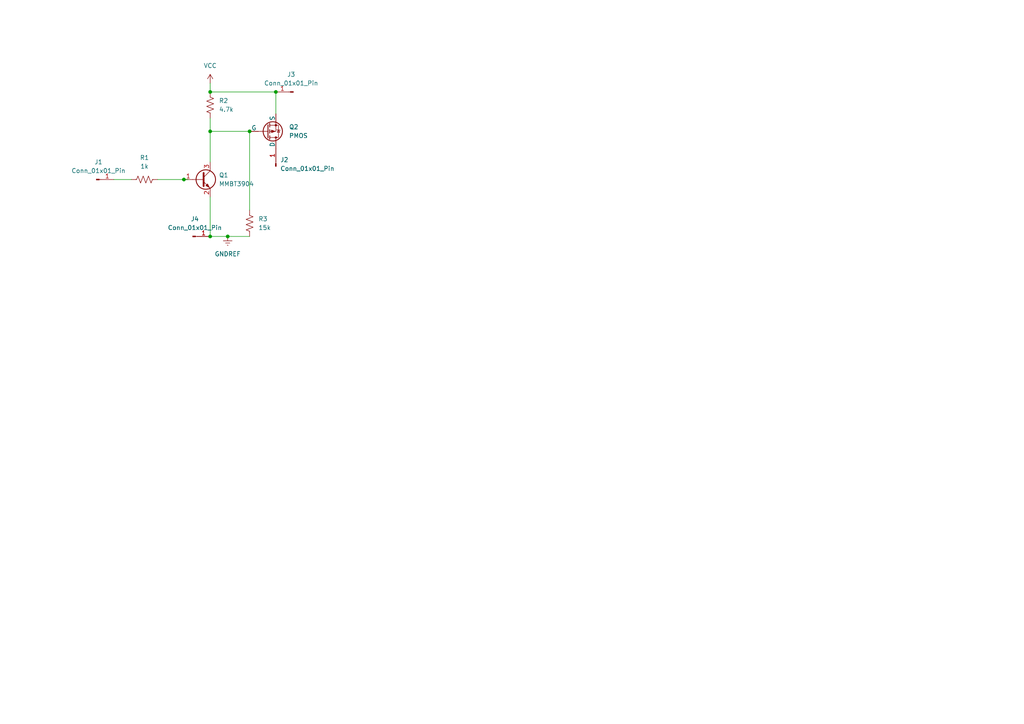
<source format=kicad_sch>
(kicad_sch (version 20250114) (generator "eeschema") (generator_version "9.0")
  (paper "A4")
  (lib_symbols
    (symbol "Connector:Conn_01x01_Pin" (pin_names (offset 1.016) (hide yes))
      (property "Reference" "J" (at 0 2.54 0))
      (property "Value" "Conn_01x01_Pin" (at 0 -2.54 0))
      (symbol "Conn_01x01_Pin_1_1"
        (rectangle (start 0.8636 0.127) (end 0 -0.127) (stroke (width 0.1524)) (fill (type outline)))
        (polyline (pts (xy 1.27 0) (xy 0.8636 0)) (stroke (width 0.1524)))
        (pin passive line (at 5.08 0 180) (length 3.81) (name "Pin_1") (number "1"))
      )
    )
    (symbol "Device:R_US" (pin_numbers (hide yes)) (pin_names (offset 0))
      (property "Reference" "R" (at 2.54 0 90))
      (property "Value" "R_US" (at -2.54 0 90))
      (symbol "R_US_0_1"
        (polyline (pts (xy 0 2.286) (xy 0 2.54)))
        (polyline (pts (xy 0 2.286) (xy 1.016 1.905) (xy 0 1.524) (xy -1.016 1.143) (xy 0 0.762)))
        (polyline (pts (xy 0 0.762) (xy 1.016 0.381) (xy 0 0) (xy -1.016 -0.381) (xy 0 -0.762)))
        (polyline (pts (xy 0 -0.762) (xy 1.016 -1.143) (xy 0 -1.524) (xy -1.016 -1.905) (xy 0 -2.286)))
        (polyline (pts (xy 0 -2.286) (xy 0 -2.54)))
      )
      (symbol "R_US_1_1"
        (pin passive line (at 0 3.81 270) (length 1.27) (name "~") (number "1"))
        (pin passive line (at 0 -3.81 90) (length 1.27) (name "~") (number "2"))
      )
    )
    (symbol "Simulation_SPICE:PMOS" (pin_numbers (hide yes)) (pin_names (offset 0))
      (property "Reference" "Q" (at 5.08 1.27 0))
      (property "Value" "PMOS" (at 5.08 -1.27 0))
      (symbol "PMOS_0_1"
        (polyline (pts (xy 0.254 1.905) (xy 0.254 -1.905)) (stroke (width 0.254)))
        (polyline (pts (xy 0.254 0) (xy -2.54 0)))
        (polyline (pts (xy 0.762 2.286) (xy 0.762 1.27)) (stroke (width 0.254)))
        (polyline (pts (xy 0.762 1.778) (xy 3.302 1.778) (xy 3.302 -1.778) (xy 0.762 -1.778)))
        (polyline (pts (xy 0.762 0.508) (xy 0.762 -0.508)) (stroke (width 0.254)))
        (polyline (pts (xy 0.762 -1.27) (xy 0.762 -2.286)) (stroke (width 0.254)))
        (circle (center 1.651 0) (radius 2.794) (stroke (width 0.254)))
        (polyline (pts (xy 2.286 0) (xy 1.27 0.381) (xy 1.27 -0.381) (xy 2.286 0)) (fill (type outline)))
        (polyline (pts (xy 2.54 2.54) (xy 2.54 1.778)))
        (circle (center 2.54 1.778) (radius 0.254) (fill (type outline)))
        (circle (center 2.54 -1.778) (radius 0.254) (fill (type outline)))
        (polyline (pts (xy 2.54 -2.54) (xy 2.54 0) (xy 0.762 0)))
        (polyline (pts (xy 2.794 -0.508) (xy 2.921 -0.381) (xy 3.683 -0.381) (xy 3.81 -0.254)))
        (polyline (pts (xy 3.302 -0.381) (xy 2.921 0.254) (xy 3.683 0.254) (xy 3.302 -0.381)))
      )
      (symbol "PMOS_1_1"
        (pin input line (at -5.08 0 0) (length 2.54) (name "G") (number "2"))
        (pin passive line (at 2.54 5.08 270) (length 2.54) (name "D") (number "1"))
        (pin passive line (at 2.54 -5.08 90) (length 2.54) (name "S") (number "3"))
      )
    )
    (symbol "Transistor_BJT:MMBT3904" (pin_names (offset 0) (hide yes))
      (property "Reference" "Q" (at 5.08 1.905 0))
      (property "Value" "MMBT3904" (at 5.08 0 0))
      (symbol "MMBT3904_0_1"
        (polyline (pts (xy -2.54 0) (xy 0.635 0)))
        (polyline (pts (xy 0.635 1.905) (xy 0.635 -1.905)) (stroke (width 0.508)))
        (circle (center 1.27 0) (radius 2.8194) (stroke (width 0.254)))
      )
      (symbol "MMBT3904_1_1"
        (polyline (pts (xy 0.635 0.635) (xy 2.54 2.54)))
        (polyline (pts (xy 0.635 -0.635) (xy 2.54 -2.54)))
        (polyline (pts (xy 1.27 -1.778) (xy 1.778 -1.27) (xy 2.286 -2.286) (xy 1.27 -1.778)) (fill (type outline)))
        (pin input line (at -5.08 0 0) (length 2.54) (name "B") (number "1"))
        (pin passive line (at 2.54 5.08 270) (length 2.54) (name "C") (number "3"))
        (pin passive line (at 2.54 -5.08 90) (length 2.54) (name "E") (number "2"))
      )
    )
    (symbol "power:GNDREF" (power) (pin_numbers (hide yes)) (pin_names (offset 0) (hide yes))
      (property "Value" "GNDREF" (at 0 -3.81 0))
      (symbol "GNDREF_0_1"
        (polyline (pts (xy -0.635 -1.905) (xy 0.635 -1.905)))
        (polyline (pts (xy -0.127 -2.54) (xy 0.127 -2.54)))
        (polyline (pts (xy 0 -1.27) (xy 0 0)))
        (polyline (pts (xy 1.27 -1.27) (xy -1.27 -1.27)))
      )
      (symbol "GNDREF_1_1"
        (pin power_in line (at 0 0 270) (length 0) (name "~") (number "1"))
      )
    )
    (symbol "power:VCC" (power) (pin_numbers (hide yes)) (pin_names (offset 0) (hide yes))
      (property "Value" "VCC" (at 0 3.556 0))
      (symbol "VCC_0_1"
        (polyline (pts (xy -0.762 1.27) (xy 0 2.54)))
        (polyline (pts (xy 0 2.54) (xy 0.762 1.27)))
        (polyline (pts (xy 0 0) (xy 0 2.54)))
      )
      (symbol "VCC_1_1"
        (pin power_in line (at 0 0 90) (length 0) (name "~") (number "1"))
      )
    )
  )
  (junction (at 66.04 68.58))
  (junction (at 60.96 38.1))
  (junction (at 80.01 26.67))
  (junction (at 60.96 26.67))
  (junction (at 60.96 68.58))
  (junction (at 72.39 38.1))
  (junction (at 53.34 52.07))
  (wire (pts (xy 80.01 33.02) (xy 80.01 26.67)))
  (wire (pts (xy 53.34 52.07) (xy 54.61 52.07)))
  (wire (pts (xy 60.96 24.13) (xy 60.96 26.67)))
  (wire (pts (xy 60.96 34.29) (xy 60.96 38.1)))
  (wire (pts (xy 66.04 68.58) (xy 72.39 68.58)))
  (wire (pts (xy 60.96 38.1) (xy 72.39 38.1)))
  (wire (pts (xy 60.96 57.15) (xy 60.96 68.58)))
  (wire (pts (xy 60.96 46.99) (xy 60.96 38.1)))
  (wire (pts (xy 60.96 68.58) (xy 66.04 68.58)))
  (wire (pts (xy 72.39 38.1) (xy 72.39 60.96)))
  (wire (pts (xy 80.01 26.67) (xy 60.96 26.67)))
  (wire (pts (xy 33.02 52.07) (xy 38.1 52.07)))
  (wire (pts (xy 45.72 52.07) (xy 53.34 52.07)))
  (symbol (lib_id "power:VCC") (at 60.96 24.13 0) (unit 1)
    (property "Reference" "#PWR01" (effects (hide yes)))
    (property "Value" "VCC" (at 60.96 19.05 0))
    (property "Description" "Power symbol creates a global label with name \"VCC\"" (effects (hide yes)))
  )
  (symbol (lib_id "Device:R_US") (at 60.96 30.48 180) (unit 1)
    (property "Reference" "R2" (at 63.5 29.2099 0) (effects (justify right)))
    (property "Value" "4.7k" (at 63.5 31.7499 0) (effects (justify right)))
    (property "Footprint" "Resistor_SMD:R_0805_2012Metric_Pad1.20x1.40mm_HandSolder" (effects (hide yes)))
    (property "Description" "Resistor, US symbol" (effects (hide yes)))
  )
  (symbol (lib_id "Device:R_US") (at 72.39 64.77 180) (unit 1)
    (property "Reference" "R3" (at 74.93 63.4999 0) (effects (justify right)))
    (property "Value" "15k" (at 74.93 66.0399 0) (effects (justify right)))
    (property "Footprint" "Resistor_SMD:R_0805_2012Metric_Pad1.20x1.40mm_HandSolder" (effects (hide yes)))
    (property "Description" "Resistor, US symbol" (effects (hide yes)))
  )
  (symbol (lib_id "Connector:Conn_01x01_Pin") (at 80.01 48.26 90) (unit 1)
    (property "Reference" "J2" (at 81.28 46.3549 90) (effects (justify right)))
    (property "Value" "Conn_01x01_Pin" (at 81.28 48.8949 90) (effects (justify right)))
    (property "Footprint" "Josef Library:Single Surface Mount Header" (effects (hide yes)))
    (property "Description" "Generic connector, single row, 01x01, script generated" (effects (hide yes)))
  )
  (symbol (lib_id "Connector:Conn_01x01_Pin") (at 27.94 52.07 0) (unit 1)
    (property "Reference" "J1" (at 28.575 46.99 0))
    (property "Value" "Conn_01x01_Pin" (at 28.575 49.53 0))
    (property "Footprint" "Josef Library:Single Surface Mount Header" (effects (hide yes)))
    (property "Description" "Generic connector, single row, 01x01, script generated" (effects (hide yes)))
  )
  (symbol (lib_id "Device:R_US") (at 41.91 52.07 90) (unit 1)
    (property "Reference" "R1" (at 41.91 45.72 90))
    (property "Value" "1k" (at 41.91 48.26 90))
    (property "Footprint" "Resistor_SMD:R_0805_2012Metric_Pad1.20x1.40mm_HandSolder" (effects (hide yes)))
    (property "Description" "Resistor, US symbol" (effects (hide yes)))
  )
  (symbol (lib_id "Connector:Conn_01x01_Pin") (at 85.09 26.67 180) (unit 1)
    (property "Reference" "J3" (at 84.455 21.59 0))
    (property "Value" "Conn_01x01_Pin" (at 84.455 24.13 0))
    (property "Footprint" "Josef Library:Single Surface Mount Header" (effects (hide yes)))
    (property "Description" "Generic connector, single row, 01x01, script generated" (effects (hide yes)))
  )
  (symbol (lib_id "Transistor_BJT:MMBT3904") (at 58.42 52.07 0) (unit 1)
    (property "Reference" "Q1" (at 63.5 50.7999 0) (effects (justify left)))
    (property "Value" "MMBT3904" (at 63.5 53.3399 0) (effects (justify left)))
    (property "Footprint" "Package_TO_SOT_SMD:SOT-23" (effects (hide yes)))
    (property "Datasheet" "https://www.onsemi.com/pdf/datasheet/pzt3904-d.pdf" (effects (hide yes)))
    (property "Description" "0.2A Ic, 40V Vce, Small Signal NPN Transistor, SOT-23" (effects (hide yes)))
  )
  (symbol (lib_id "Connector:Conn_01x01_Pin") (at 55.88 68.58 0) (unit 1)
    (property "Reference" "J4" (at 56.515 63.5 0))
    (property "Value" "Conn_01x01_Pin" (at 56.515 66.04 0))
    (property "Footprint" "Josef Library:Single Surface Mount Header" (effects (hide yes)))
    (property "Description" "Generic connector, single row, 01x01, script generated" (effects (hide yes)))
  )
  (symbol (lib_id "Simulation_SPICE:PMOS") (at 77.47 38.1 0) (mirror x) (unit 1)
    (property "Reference" "Q2" (at 83.82 36.8299 0) (effects (justify left)))
    (property "Value" "PMOS" (at 83.82 39.3699 0) (effects (justify left)))
    (property "Footprint" "Josef Library:Josef TO-252-2" (effects (hide yes)))
    (property "Datasheet" "https://ngspice.sourceforge.io/docs/ngspice-html-manual/manual.xhtml#cha_MOSFETs" (effects (hide yes)))
    (property "Description" "P-MOSFET transistor, drain/source/gate" (effects (hide yes)))
    (property "Sim.Device" "PMOS" (effects (hide yes)))
    (property "Sim.Type" "VDMOS" (effects (hide yes)))
    (property "Sim.Pins" "1=D 2=G 3=S" (effects (hide yes)))
  )
  (symbol (lib_id "power:GNDREF") (at 66.04 68.58 0) (unit 1)
    (property "Reference" "#PWR02" (effects (hide yes)))
    (property "Value" "GNDREF" (at 66.04 73.66 0))
    (property "Description" "Power symbol creates a global label with name \"GNDREF\" , reference supply ground" (effects (hide yes)))
  )
)
</source>
